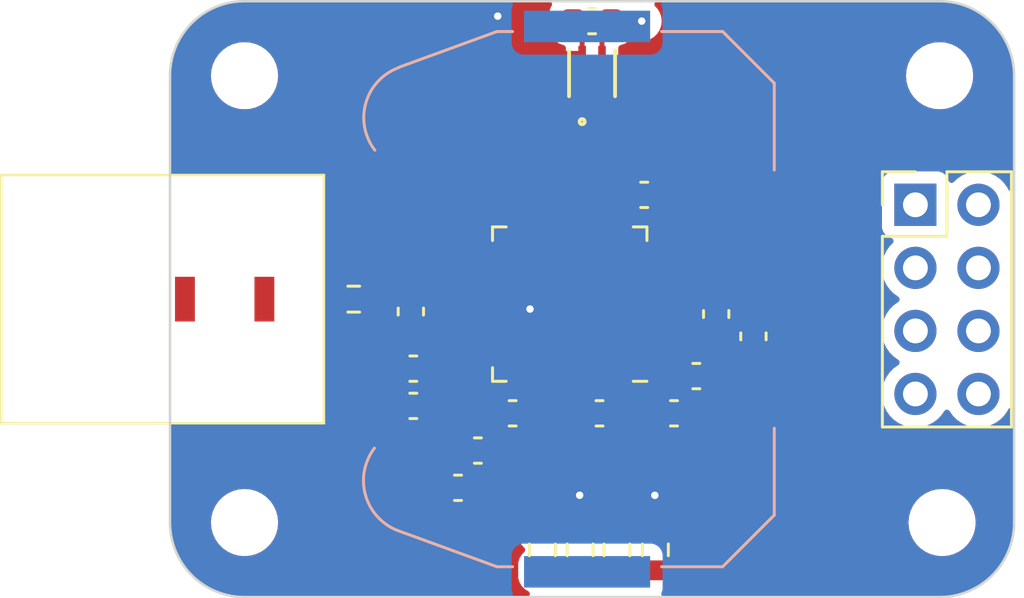
<source format=kicad_pcb>
(kicad_pcb (version 20221018) (generator pcbnew)
  (layers (0 "F.Cu" signal) (31 "B.Cu" signal) (34 "B.Paste" user) (35 "F.Paste" user) (36 "B.SilkS" user "B.Silkscreen") (37 "F.SilkS" user "F.Silkscreen") (38 "B.Mask" user) (39 "F.Mask" user) (44 "Edge.Cuts" user))
  (net 0 "")
  (net 1 "/RF")
  (net 2 "+3V3")
  (net 3 "GND")
  (net 4 "/XL1")
  (net 5 "/XL2")
  (net 6 "/DEC1")
  (net 7 "/DEC4")
  (net 8 "/DEC3")
  (net 9 "/DEC2")
  (net 10 "/XC1")
  (net 11 "/XC2")
  (net 12 "/ANT")
  (net 13 "/LED_RES1")
  (net 14 "/LED_RES2")
  (net 23 "/STATUS_LED1")
  (net 24 "/STATUS_LED2")
  (net 44 "/RESET")
  (net 45 "/SWDCLK")
  (net 46 "/SWDIO")
  (net 54 "unconnected-(U1-P0.29{slash}AIN5-Pad41)")
  (net 55 "unconnected-(U1-P0.30{slash}AIN6-Pad42)")
  (net 59 "/SDA")
  (net 60 "/SCL")
  (footprint "Capacitor_SMD:C_0603_1608Metric" (layer "F.Cu") (at 145.8 70.8 180)
    (fp_text reference "C9" hide)
    (fp_text value "N.C." hide)
    (fp_line (start -0.14058 -0.51) (end 0.14058 -0.51) (stroke (width 0.12)) (layer "F.SilkS"))
    (fp_line (start -0.14058 0.51) (end 0.14058 0.51) (stroke (width 0.12)) (layer "F.SilkS"))
    (pad "1" smd roundrect (at -0.775 0 180) (size 0.9 0.95) (layers "F.Cu" "F.Paste" "F.Mask") (net 9 "/DEC2"))
    (pad "2" smd roundrect (at 0.775 0 180) (size 0.9 0.95) (layers "F.Cu" "F.Paste" "F.Mask") (net 3 "GND"))
  )
  (footprint "Capacitor_SMD:C_0603_1608Metric" (layer "F.Cu") (at 157.2 71.1 180)
    (fp_text reference "C3" hide)
    (fp_text value "100n" hide)
    (fp_line (start -0.14058 -0.51) (end 0.14058 -0.51) (stroke (width 0.12)) (layer "F.SilkS"))
    (fp_line (start -0.14058 0.51) (end 0.14058 0.51) (stroke (width 0.12)) (layer "F.SilkS"))
    (pad "1" smd roundrect (at -0.775 0 180) (size 0.9 0.95) (layers "F.Cu" "F.Paste" "F.Mask") (net 3 "GND"))
    (pad "2" smd roundrect (at 0.775 0 180) (size 0.9 0.95) (layers "F.Cu" "F.Paste" "F.Mask") (net 6 "/DEC1"))
  )
  (footprint "MountingHole:MountingHole_2.2mm_M2" (layer "F.Cu") (at 167.1 77)
    (fp_text reference "H4" hide)
    (fp_text value "MountingHole" hide)
    (pad "" np_thru_hole circle locked (at 0 0) (size 2.2 2.2) (drill 2.2) (layers "*.Cu" "*.Mask"))
  )
  (footprint "MountingHole:MountingHole_2.2mm_M2" (layer "F.Cu") (at 139 77)
    (fp_text reference "H1" hide)
    (fp_text value "MountingHole" hide)
    (pad "" np_thru_hole circle locked (at 0 0) (size 2.2 2.2) (drill 2.2) (layers "*.Cu" "*.Mask"))
  )
  (footprint "Connector_PinHeader_2.54mm:PinHeader_2x04_P2.54mm_Vertical" (layer "F.Cu") (at 166.025 64.2)
    (fp_text reference "J1" hide)
    (fp_text value "Conn_02x04_Counter_Clockwise" hide)
    (fp_line (start -1.33 -1.33) (end 0 -1.33) (stroke (width 0.12)) (layer "F.SilkS"))
    (fp_line (start -1.33 0) (end -1.33 -1.33) (stroke (width 0.12)) (layer "F.SilkS"))
    (fp_line (start -1.33 1.27) (end -1.33 8.95) (stroke (width 0.12)) (layer "F.SilkS"))
    (fp_line (start -1.33 1.27) (end 1.27 1.27) (stroke (width 0.12)) (layer "F.SilkS"))
    (fp_line (start -1.33 8.95) (end 3.87 8.95) (stroke (width 0.12)) (layer "F.SilkS"))
    (fp_line (start 1.27 -1.33) (end 3.87 -1.33) (stroke (width 0.12)) (layer "F.SilkS"))
    (fp_line (start 1.27 1.27) (end 1.27 -1.33) (stroke (width 0.12)) (layer "F.SilkS"))
    (fp_line (start 3.87 -1.33) (end 3.87 8.95) (stroke (width 0.12)) (layer "F.SilkS"))
    (pad "1" thru_hole rect (at 0 0) (size 1.7 1.7) (drill 1) (layers "*.Cu" "*.Mask"))
    (pad "2" thru_hole oval (at 2.54 0) (size 1.7 1.7) (drill 1) (layers "*.Cu" "*.Mask"))
    (pad "3" thru_hole oval (at 0 2.54) (size 1.7 1.7) (drill 1) (layers "*.Cu" "*.Mask"))
    (pad "4" thru_hole oval (at 2.54 2.54) (size 1.7 1.7) (drill 1) (layers "*.Cu" "*.Mask"))
    (pad "5" thru_hole oval (at 0 5.08) (size 1.7 1.7) (drill 1) (layers "*.Cu" "*.Mask"))
    (pad "6" thru_hole oval (at 2.54 5.08) (size 1.7 1.7) (drill 1) (layers "*.Cu" "*.Mask"))
    (pad "7" thru_hole oval (at 0 7.62) (size 1.7 1.7) (drill 1) (layers "*.Cu" "*.Mask"))
    (pad "8" thru_hole oval (at 2.54 7.62) (size 1.7 1.7) (drill 1) (layers "*.Cu" "*.Mask"))
  )
  (footprint "encyclopedia_galactica:ECS-.327-12.5-12R-TR" (layer "F.Cu") (at 161.1 69.7 -90)
    (fp_text reference "Y1" hide)
    (fp_text value " ECS-.327-12.5-12R-TR " hide)
    (pad "1" smd rect (at -0.7 0 270) (size 0.6 1.1) (layers "F.Cu" "F.Paste" "F.Mask") (net 5 "/XL2"))
    (pad "2" smd rect (at 0.7 0 270) (size 0.6 1.1) (layers "F.Cu" "F.Paste" "F.Mask") (net 4 "/XL1"))
  )
  (footprint "encyclopedia_galactica:2108838-1" (layer "F.Cu") (at 135.7 68)
    (fp_text reference "2108838-1" hide)
    (fp_text value "~" hide)
    (fp_line (start -6.5 -5) (end 6.5 -5) (stroke (width 0.1)) (layer "F.SilkS"))
    (fp_line (start -6.5 5) (end -6.5 -5) (stroke (width 0.1)) (layer "F.SilkS"))
    (fp_line (start 6.5 -5) (end 6.5 5) (stroke (width 0.1)) (layer "F.SilkS"))
    (fp_line (start 6.5 5) (end -6.5 5) (stroke (width 0.1)) (layer "F.SilkS"))
    (pad "1" smd rect (at 4.1 0) (size 0.8 1.8) (layers "F.Cu" "F.Paste" "F.Mask") (net 1 "/RF"))
    (pad "2" smd rect (at 0.9 0) (size 0.8 1.8) (layers "F.Cu" "F.Paste" "F.Mask"))
    (zone (net 0) (net_name "") (layers "*.Cu") (connect_pads (clearance 0)) (min_thickness 0.25)
      (keepout (tracks allowed) (vias not_allowed) (pads not_allowed) (copperpour not_allowed) (footprints not_allowed))
      (fill (thermal_gap 0.5) (thermal_bridge_width 0.5))
      (polygon (pts (xy 129.2 63) (xy 129.2 73) (xy 142.2 73) (xy 142.2 63)))
    )
  )
  (footprint "MountingHole:MountingHole_2.2mm_M2" (layer "F.Cu") (at 139 59)
    (fp_text reference "H2" hide)
    (fp_text value "MountingHole" hide)
    (pad "" np_thru_hole circle locked (at 0 0) (size 2.2 2.2) (drill 2.2) (layers "*.Cu" "*.Mask"))
  )
  (footprint "Resistor_SMD:R_0603_1608Metric" (layer "F.Cu") (at 151 78.1 -90)
    (fp_text reference "R2" hide)
    (fp_text value "R" hide)
    (fp_line (start -0.237258 -0.5225) (end 0.237258 -0.5225) (stroke (width 0.12)) (layer "F.SilkS"))
    (fp_line (start -0.237258 0.5225) (end 0.237258 0.5225) (stroke (width 0.12)) (layer "F.SilkS"))
    (pad "1" smd roundrect (at -0.825 0 270) (size 0.8 0.95) (layers "F.Cu" "F.Paste" "F.Mask") (net 24 "/STATUS_LED2"))
    (pad "2" smd roundrect (at 0.825 0 270) (size 0.8 0.95) (layers "F.Cu" "F.Paste" "F.Mask") (net 14 "/LED_RES2"))
  )
  (footprint "Resistor_SMD:R_0603_1608Metric" (layer "F.Cu") (at 155.55 78.1 -90)
    (fp_text reference "D1" hide)
    (fp_text value "LED" hide)
    (fp_line (start -0.237258 -0.5225) (end 0.237258 -0.5225) (stroke (width 0.12)) (layer "F.SilkS"))
    (fp_line (start -0.237258 0.5225) (end 0.237258 0.5225) (stroke (width 0.12)) (layer "F.SilkS"))
    (pad "1" smd roundrect (at -0.825 0 270) (size 0.8 0.95) (layers "F.Cu" "F.Paste" "F.Mask") (net 3 "GND"))
    (pad "2" smd roundrect (at 0.825 0 270) (size 0.8 0.95) (layers "F.Cu" "F.Paste" "F.Mask") (net 13 "/LED_RES1"))
  )
  (footprint "Package_DFN_QFN:QFN-48-1EP_6x6mm_P0.4mm_EP4.6x4.6mm" (layer "F.Cu") (at 152.1 68.2 180)
    (fp_text reference "U1" hide)
    (fp_text value "NRF52810-QFAA-R7" hide)
    (fp_line (start -3.11 3.11) (end -3.11 2.56) (stroke (width 0.12)) (layer "F.SilkS"))
    (fp_line (start -2.56 -3.11) (end -3.11 -3.11) (stroke (width 0.12)) (layer "F.SilkS"))
    (fp_line (start -2.56 3.11) (end -3.11 3.11) (stroke (width 0.12)) (layer "F.SilkS"))
    (fp_line (start 2.56 -3.11) (end 3.11 -3.11) (stroke (width 0.12)) (layer "F.SilkS"))
    (fp_line (start 2.56 3.11) (end 3.11 3.11) (stroke (width 0.12)) (layer "F.SilkS"))
    (fp_line (start 3.11 -3.11) (end 3.11 -2.56) (stroke (width 0.12)) (layer "F.SilkS"))
    (fp_line (start 3.11 3.11) (end 3.11 2.56) (stroke (width 0.12)) (layer "F.SilkS"))
    (pad "1" smd roundrect (at -2.95 -2.2 180) (size 0.8 0.2) (layers "F.Cu" "F.Paste" "F.Mask") (net 6 "/DEC1"))
    (pad "2" smd roundrect (at -2.95 -1.8 180) (size 0.8 0.2) (layers "F.Cu" "F.Paste" "F.Mask") (net 4 "/XL1"))
    (pad "3" smd roundrect (at -2.95 -1.4 180) (size 0.8 0.2) (layers "F.Cu" "F.Paste" "F.Mask") (net 5 "/XL2"))
    (pad "4" smd roundrect (at -2.95 -1 180) (size 0.8 0.2) (layers "F.Cu" "F.Paste" "F.Mask"))
    (pad "5" smd roundrect (at -2.95 -0.6 180) (size 0.8 0.2) (layers "F.Cu" "F.Paste" "F.Mask"))
    (pad "6" smd roundrect (at -2.95 -0.2 180) (size 0.8 0.2) (layers "F.Cu" "F.Paste" "F.Mask"))
    (pad "7" smd roundrect (at -2.95 0.2 180) (size 0.8 0.2) (layers "F.Cu" "F.Paste" "F.Mask"))
    (pad "8" smd roundrect (at -2.95 0.6 180) (size 0.8 0.2) (layers "F.Cu" "F.Paste" "F.Mask"))
    (pad "9" smd roundrect (at -2.95 1 180) (size 0.8 0.2) (layers "F.Cu" "F.Paste" "F.Mask"))
    (pad "10" smd roundrect (at -2.95 1.4 180) (size 0.8 0.2) (layers "F.Cu" "F.Paste" "F.Mask"))
    (pad "11" smd roundrect (at -2.95 1.8 180) (size 0.8 0.2) (layers "F.Cu" "F.Paste" "F.Mask"))
    (pad "12" smd roundrect (at -2.95 2.2 180) (size 0.8 0.2) (layers "F.Cu" "F.Paste" "F.Mask"))
    (pad "13" smd roundrect (at -2.2 2.95 180) (size 0.2 0.8) (layers "F.Cu" "F.Paste" "F.Mask") (net 2 "+3V3"))
    (pad "14" smd roundrect (at -1.8 2.95 180) (size 0.2 0.8) (layers "F.Cu" "F.Paste" "F.Mask"))
    (pad "15" smd roundrect (at -1.4 2.95 180) (size 0.2 0.8) (layers "F.Cu" "F.Paste" "F.Mask"))
    (pad "16" smd roundrect (at -1 2.95 180) (size 0.2 0.8) (layers "F.Cu" "F.Paste" "F.Mask"))
    (pad "17" smd roundrect (at -0.6 2.95 180) (size 0.2 0.8) (layers "F.Cu" "F.Paste" "F.Mask"))
    (pad "18" smd roundrect (at -0.2 2.95 180) (size 0.2 0.8) (layers "F.Cu" "F.Paste" "F.Mask"))
    (pad "19" smd roundrect (at 0.2 2.95 180) (size 0.2 0.8) (layers "F.Cu" "F.Paste" "F.Mask"))
    (pad "20" smd roundrect (at 0.6 2.95 180) (size 0.2 0.8) (layers "F.Cu" "F.Paste" "F.Mask"))
    (pad "21" smd roundrect (at 1 2.95 180) (size 0.2 0.8) (layers "F.Cu" "F.Paste" "F.Mask"))
    (pad "22" smd roundrect (at 1.4 2.95 180) (size 0.2 0.8) (layers "F.Cu" "F.Paste" "F.Mask"))
    (pad "23" smd roundrect (at 1.8 2.95 180) (size 0.2 0.8) (layers "F.Cu" "F.Paste" "F.Mask"))
    (pad "24" smd roundrect (at 2.2 2.95 180) (size 0.2 0.8) (layers "F.Cu" "F.Paste" "F.Mask") (net 44 "/RESET"))
    (pad "25" smd roundrect (at 2.95 2.2 180) (size 0.8 0.2) (layers "F.Cu" "F.Paste" "F.Mask") (net 45 "/SWDCLK"))
    (pad "26" smd roundrect (at 2.95 1.8 180) (size 0.8 0.2) (layers "F.Cu" "F.Paste" "F.Mask") (net 46 "/SWDIO"))
    (pad "27" smd roundrect (at 2.95 1.4 180) (size 0.8 0.2) (layers "F.Cu" "F.Paste" "F.Mask"))
    (pad "28" smd roundrect (at 2.95 1 180) (size 0.8 0.2) (layers "F.Cu" "F.Paste" "F.Mask"))
    (pad "29" smd roundrect (at 2.95 0.6 180) (size 0.8 0.2) (layers "F.Cu" "F.Paste" "F.Mask"))
    (pad "30" smd roundrect (at 2.95 0.2 180) (size 0.8 0.2) (layers "F.Cu" "F.Paste" "F.Mask") (net 12 "/ANT"))
    (pad "31" smd roundrect (at 2.95 -0.2 180) (size 0.8 0.2) (layers "F.Cu" "F.Paste" "F.Mask") (net 3 "GND"))
    (pad "32" smd roundrect (at 2.95 -0.6 180) (size 0.8 0.2) (layers "F.Cu" "F.Paste" "F.Mask") (net 9 "/DEC2"))
    (pad "33" smd roundrect (at 2.95 -1 180) (size 0.8 0.2) (layers "F.Cu" "F.Paste" "F.Mask") (net 8 "/DEC3"))
    (pad "34" smd roundrect (at 2.95 -1.4 180) (size 0.8 0.2) (layers "F.Cu" "F.Paste" "F.Mask") (net 11 "/XC2"))
    (pad "35" smd roundrect (at 2.95 -1.8 180) (size 0.8 0.2) (layers "F.Cu" "F.Paste" "F.Mask") (net 10 "/XC1"))
    (pad "36" smd roundrect (at 2.95 -2.2 180) (size 0.8 0.2) (layers "F.Cu" "F.Paste" "F.Mask") (net 2 "+3V3"))
    (pad "37" smd roundrect (at 2.2 -2.95 180) (size 0.2 0.8) (layers "F.Cu" "F.Paste" "F.Mask"))
    (pad "38" smd roundrect (at 1.8 -2.95 180) (size 0.2 0.8) (layers "F.Cu" "F.Paste" "F.Mask"))
    (pad "39" smd roundrect (at 1.4 -2.95 180) (size 0.2 0.8) (layers "F.Cu" "F.Paste" "F.Mask"))
    (pad "40" smd roundrect (at 1 -2.95 180) (size 0.2 0.8) (layers "F.Cu" "F.Paste" "F.Mask"))
    (pad "41" smd roundrect (at 0.6 -2.95 180) (size 0.2 0.8) (layers "F.Cu" "F.Paste" "F.Mask") (net 54 "unconnected-(U1-P0.29{slash}AIN5-Pad41)"))
    (pad "42" smd roundrect (at 0.2 -2.95 180) (size 0.2 0.8) (layers "F.Cu" "F.Paste" "F.Mask") (net 55 "unconnected-(U1-P0.30{slash}AIN6-Pad42)"))
    (pad "43" smd roundrect (at -0.2 -2.95 180) (size 0.2 0.8) (layers "F.Cu" "F.Paste" "F.Mask"))
    (pad "44" smd roundrect (at -0.6 -2.95 180) (size 0.2 0.8) (layers "F.Cu" "F.Paste" "F.Mask"))
    (pad "45" smd roundrect (at -1 -2.95 180) (size 0.2 0.8) (layers "F.Cu" "F.Paste" "F.Mask") (net 3 "GND"))
    (pad "46" smd roundrect (at -1.4 -2.95 180) (size 0.2 0.8) (layers "F.Cu" "F.Paste" "F.Mask") (net 7 "/DEC4"))
    (pad "47" smd roundrect (at -1.8 -2.95 180) (size 0.2 0.8) (layers "F.Cu" "F.Paste" "F.Mask"))
    (pad "48" smd roundrect (at -2.2 -2.95 180) (size 0.2 0.8) (layers "F.Cu" "F.Paste" "F.Mask") (net 2 "+3V3"))
    (pad "49" smd rect (at 0 0 180) (size 4.6 4.6) (layers "F.Cu" "F.Mask") (net 3 "GND"))
  )
  (footprint "Capacitor_SMD:C_0603_1608Metric" (layer "F.Cu") (at 145.8 72.3 180)
    (fp_text reference "C8" hide)
    (fp_text value "100pF" hide)
    (fp_line (start -0.14058 -0.51) (end 0.14058 -0.51) (stroke (width 0.12)) (layer "F.SilkS"))
    (fp_line (start -0.14058 0.51) (end 0.14058 0.51) (stroke (width 0.12)) (layer "F.SilkS"))
    (pad "1" smd roundrect (at -0.775 0 180) (size 0.9 0.95) (layers "F.Cu" "F.Paste" "F.Mask") (net 8 "/DEC3"))
    (pad "2" smd roundrect (at 0.775 0 180) (size 0.9 0.95) (layers "F.Cu" "F.Paste" "F.Mask") (net 3 "GND"))
  )
  (footprint "Capacitor_SMD:C_0603_1608Metric" (layer "F.Cu") (at 156.3 72.6 180)
    (fp_text reference "C5" hide)
    (fp_text value "4u7" hide)
    (fp_line (start -0.14058 -0.51) (end 0.14058 -0.51) (stroke (width 0.12)) (layer "F.SilkS"))
    (fp_line (start -0.14058 0.51) (end 0.14058 0.51) (stroke (width 0.12)) (layer "F.SilkS"))
    (pad "1" smd roundrect (at -0.775 0 180) (size 0.9 0.95) (layers "F.Cu" "F.Paste" "F.Mask") (net 3 "GND"))
    (pad "2" smd roundrect (at 0.775 0 180) (size 0.9 0.95) (layers "F.Cu" "F.Paste" "F.Mask") (net 2 "+3V3"))
  )
  (footprint "Capacitor_SMD:C_0603_1608Metric" (layer "F.Cu") (at 148.4 74.1)
    (fp_text reference "C11" hide)
    (fp_text value "12pF" hide)
    (fp_line (start -0.14058 -0.51) (end 0.14058 -0.51) (stroke (width 0.12)) (layer "F.SilkS"))
    (fp_line (start -0.14058 0.51) (end 0.14058 0.51) (stroke (width 0.12)) (layer "F.SilkS"))
    (pad "1" smd roundrect (at -0.775 0) (size 0.9 0.95) (layers "F.Cu" "F.Paste" "F.Mask") (net 11 "/XC2"))
    (pad "2" smd roundrect (at 0.775 0) (size 0.9 0.95) (layers "F.Cu" "F.Paste" "F.Mask") (net 3 "GND"))
  )
  (footprint "Resistor_SMD:R_0603_1608Metric" (layer "F.Cu") (at 154 78.1 -90)
    (fp_text reference "R1" hide)
    (fp_text value "R" hide)
    (fp_line (start -0.237258 -0.5225) (end 0.237258 -0.5225) (stroke (width 0.12)) (layer "F.SilkS"))
    (fp_line (start -0.237258 0.5225) (end 0.237258 0.5225) (stroke (width 0.12)) (layer "F.SilkS"))
    (pad "1" smd roundrect (at -0.825 0 270) (size 0.8 0.95) (layers "F.Cu" "F.Paste" "F.Mask") (net 23 "/STATUS_LED1"))
    (pad "2" smd roundrect (at 0.825 0 270) (size 0.8 0.95) (layers "F.Cu" "F.Paste" "F.Mask") (net 13 "/LED_RES1"))
  )
  (footprint "MountingHole:MountingHole_2.2mm_M2" (layer "F.Cu") (at 167 59)
    (fp_text reference "H3" hide)
    (fp_text value "MountingHole" hide)
    (pad "" np_thru_hole circle locked (at 0 0) (size 2.2 2.2) (drill 2.2) (layers "*.Cu" "*.Mask"))
  )
  (footprint "Resistor_SMD:R_0603_1608Metric" (layer "F.Cu") (at 143.4 68 180)
    (fp_text reference "L1" hide)
    (fp_text value "3.9nH" hide)
    (fp_line (start -0.237258 -0.5225) (end 0.237258 -0.5225) (stroke (width 0.12)) (layer "F.SilkS"))
    (fp_line (start -0.237258 0.5225) (end 0.237258 0.5225) (stroke (width 0.12)) (layer "F.SilkS"))
    (pad "1" smd roundrect (at -0.825 0 180) (size 0.8 0.95) (layers "F.Cu" "F.Paste" "F.Mask") (net 12 "/ANT"))
    (pad "2" smd roundrect (at 0.825 0 180) (size 0.8 0.95) (layers "F.Cu" "F.Paste" "F.Mask") (net 1 "/RF"))
  )
  (footprint "Capacitor_SMD:C_0603_1608Metric" (layer "F.Cu") (at 149.8 72.6 180)
    (fp_text reference "C7" hide)
    (fp_text value "100n" hide)
    (fp_line (start -0.14058 -0.51) (end 0.14058 -0.51) (stroke (width 0.12)) (layer "F.SilkS"))
    (fp_line (start -0.14058 0.51) (end 0.14058 0.51) (stroke (width 0.12)) (layer "F.SilkS"))
    (pad "1" smd roundrect (at -0.775 0 180) (size 0.9 0.95) (layers "F.Cu" "F.Paste" "F.Mask") (net 3 "GND"))
    (pad "2" smd roundrect (at 0.775 0 180) (size 0.9 0.95) (layers "F.Cu" "F.Paste" "F.Mask") (net 2 "+3V3"))
  )
  (footprint "Capacitor_SMD:C_0603_1608Metric" (layer "F.Cu") (at 153 56.8 180)
    (fp_text reference "C13" hide)
    (fp_text value "100n" hide)
    (fp_line (start -0.14058 -0.51) (end 0.14058 -0.51) (stroke (width 0.12)) (layer "F.SilkS"))
    (fp_line (start -0.14058 0.51) (end 0.14058 0.51) (stroke (width 0.12)) (layer "F.SilkS"))
    (pad "1" smd roundrect (at -0.775 0 180) (size 0.9 0.95) (layers "F.Cu" "F.Paste" "F.Mask") (net 2 "+3V3"))
    (pad "2" smd roundrect (at 0.775 0 180) (size 0.9 0.95) (layers "F.Cu" "F.Paste" "F.Mask") (net 3 "GND"))
  )
  (footprint "Capacitor_SMD:C_0603_1608Metric" (layer "F.Cu") (at 158 68.6 90)
    (fp_text reference "C2" hide)
    (fp_text value "12pF" hide)
    (fp_line (start -0.14058 -0.51) (end 0.14058 -0.51) (stroke (width 0.12)) (layer "F.SilkS"))
    (fp_line (start -0.14058 0.51) (end 0.14058 0.51) (stroke (width 0.12)) (layer "F.SilkS"))
    (pad "1" smd roundrect (at -0.775 0 90) (size 0.9 0.95) (layers "F.Cu" "F.Paste" "F.Mask") (net 5 "/XL2"))
    (pad "2" smd roundrect (at 0.775 0 90) (size 0.9 0.95) (layers "F.Cu" "F.Paste" "F.Mask") (net 3 "GND"))
  )
  (footprint "Capacitor_SMD:C_0603_1608Metric" (layer "F.Cu") (at 155.1 63.8 180)
    (fp_text reference "C4" hide)
    (fp_text value "100n" hide)
    (fp_line (start -0.14058 -0.51) (end 0.14058 -0.51) (stroke (width 0.12)) (layer "F.SilkS"))
    (fp_line (start -0.14058 0.51) (end 0.14058 0.51) (stroke (width 0.12)) (layer "F.SilkS"))
    (pad "1" smd roundrect (at -0.775 0 180) (size 0.9 0.95) (layers "F.Cu" "F.Paste" "F.Mask") (net 3 "GND"))
    (pad "2" smd roundrect (at 0.775 0 180) (size 0.9 0.95) (layers "F.Cu" "F.Paste" "F.Mask") (net 2 "+3V3"))
  )
  (footprint "encyclopedia_galactica:DFN4_SHT41_SEN" (layer "F.Cu") (at 153 58.9 90)
    (fp_text reference "U2" hide)
    (fp_text value "SHT41-AD1B-R2" hide)
    (fp_line (start -0.9271 0.9271) (end 0.9271 0.9271) (stroke (width 0.1524)) (layer "F.SilkS"))
    (fp_line (start 0.9271 -0.9271) (end -0.9271 -0.9271) (stroke (width 0.1524)) (layer "F.SilkS"))
    (fp_circle (center -1.950999 -0.40005) (end -1.849399 -0.40005) (stroke (width 0.1524)) (fill none) (layer "F.SilkS"))
    (pad "1" smd rect (at -0.7469 -0.40005 90) (size 0.706399 0.3056) (layers "F.Cu" "F.Paste" "F.Mask") (net 59 "/SDA"))
    (pad "2" smd rect (at -0.7469 0.40005 90) (size 0.706399 0.3056) (layers "F.Cu" "F.Paste" "F.Mask") (net 60 "/SCL"))
    (pad "3" smd rect (at 0.7469 0.40005 90) (size 0.706399 0.3056) (layers "F.Cu" "F.Paste" "F.Mask") (net 2 "+3V3"))
    (pad "4" smd rect (at 0.7469 -0.40005 90) (size 0.706399 0.3056) (layers "F.Cu" "F.Paste" "F.Mask") (net 3 "GND"))
  )
  (footprint "Capacitor_SMD:C_0603_1608Metric" (layer "F.Cu") (at 159.5 69.5 90)
    (fp_text reference "C1" hide)
    (fp_text value "12pF" hide)
    (fp_line (start -0.14058 -0.51) (end 0.14058 -0.51) (stroke (width 0.12)) (layer "F.SilkS"))
    (fp_line (start -0.14058 0.51) (end 0.14058 0.51) (stroke (width 0.12)) (layer "F.SilkS"))
    (pad "1" smd roundrect (at -0.775 0 90) (size 0.9 0.95) (layers "F.Cu" "F.Paste" "F.Mask") (net 4 "/XL1"))
    (pad "2" smd roundrect (at 0.775 0 90) (size 0.9 0.95) (layers "F.Cu" "F.Paste" "F.Mask") (net 3 "GND"))
  )
  (footprint "encyclopedia_galactica:ABM11W-30.0000MHZ-7-D1X-T3" (layer "F.Cu") (at 147.5625 77.5)
    (fp_text reference "Y2" hide)
    (fp_text value "ABM11W-32.0000MHZ-7-D1X-T3 " hide)
    (pad "1" smd rect (at -0.637 -0.487 90) (size 0.775 0.875) (layers "F.Cu" "F.Paste" "F.Mask") (net 3 "GND"))
    (pad "2" smd rect (at 0.637 -0.487 90) (size 0.775 0.875) (layers "F.Cu" "F.Paste" "F.Mask") (net 10 "/XC1"))
    (pad "3" smd rect (at -0.637 0.487 90) (size 0.775 0.875) (layers "F.Cu" "F.Paste" "F.Mask") (net 11 "/XC2"))
    (pad "4" smd rect (at 0.637 0.487 90) (size 0.775 0.875) (layers "F.Cu" "F.Paste" "F.Mask") (net 3 "GND"))
  )
  (footprint "Capacitor_SMD:C_0603_1608Metric" (layer "F.Cu") (at 145.7 68.5 90)
    (fp_text reference "C12" hide)
    (fp_text value "0.8pF" hide)
    (fp_line (start -0.14058 -0.51) (end 0.14058 -0.51) (stroke (width 0.12)) (layer "F.SilkS"))
    (fp_line (start -0.14058 0.51) (end 0.14058 0.51) (stroke (width 0.12)) (layer "F.SilkS"))
    (pad "1" smd roundrect (at -0.775 0 90) (size 0.9 0.95) (layers "F.Cu" "F.Paste" "F.Mask") (net 3 "GND"))
    (pad "2" smd roundrect (at 0.775 0 90) (size 0.9 0.95) (layers "F.Cu" "F.Paste" "F.Mask") (net 12 "/ANT"))
  )
  (footprint "Capacitor_SMD:C_0603_1608Metric" (layer "F.Cu") (at 153.3 72.6 180)
    (fp_text reference "C6" hide)
    (fp_text value "1u" hide)
    (fp_line (start -0.14058 -0.51) (end 0.14058 -0.51) (stroke (width 0.12)) (layer "F.SilkS"))
    (fp_line (start -0.14058 0.51) (end 0.14058 0.51) (stroke (width 0.12)) (layer "F.SilkS"))
    (pad "1" smd roundrect (at -0.775 0 180) (size 0.9 0.95) (layers "F.Cu" "F.Paste" "F.Mask") (net 7 "/DEC4"))
    (pad "2" smd roundrect (at 0.775 0 180) (size 0.9 0.95) (layers "F.Cu" "F.Paste" "F.Mask") (net 3 "GND"))
  )
  (footprint "Resistor_SMD:R_0603_1608Metric" (layer "F.Cu") (at 152.52 78.1 -90)
    (fp_text reference "D2" hide)
    (fp_text value "LED" hide)
    (fp_line (start -0.237258 -0.5225) (end 0.237258 -0.5225) (stroke (width 0.12)) (layer "F.SilkS"))
    (fp_line (start -0.237258 0.5225) (end 0.237258 0.5225) (stroke (width 0.12)) (layer "F.SilkS"))
    (pad "1" smd roundrect (at -0.825 0 270) (size 0.8 0.95) (layers "F.Cu" "F.Paste" "F.Mask") (net 3 "GND"))
    (pad "2" smd roundrect (at 0.825 0 270) (size 0.8 0.95) (layers "F.Cu" "F.Paste" "F.Mask") (net 14 "/LED_RES2"))
  )
  (footprint "Capacitor_SMD:C_0603_1608Metric" (layer "F.Cu") (at 147.6 75.6 180)
    (fp_text reference "C10" hide)
    (fp_text value "12pF" hide)
    (fp_line (start -0.14058 -0.51) (end 0.14058 -0.51) (stroke (width 0.12)) (layer "F.SilkS"))
    (fp_line (start -0.14058 0.51) (end 0.14058 0.51) (stroke (width 0.12)) (layer "F.SilkS"))
    (pad "1" smd roundrect (at -0.775 0 180) (size 0.9 0.95) (layers "F.Cu" "F.Paste" "F.Mask") (net 10 "/XC1"))
    (pad "2" smd roundrect (at 0.775 0 180) (size 0.9 0.95) (layers "F.Cu" "F.Paste" "F.Mask") (net 3 "GND"))
  )
  (footprint "Battery:BatteryHolder_Keystone_3034_1x20mm" (layer "B.Cu") (at 152.8 68 90)
    (fp_text reference "BT1" hide)
    (fp_text value "Battery_Cell" hide)
    (fp_line (start -10.78 -3.63) (end -9.34 -7.58) (stroke (width 0.12)) (layer "B.SilkS"))
    (fp_line (start -10.78 -3) (end -10.78 -3.63) (stroke (width 0.12)) (layer "B.SilkS"))
    (fp_line (start -10.78 5.46) (end -10.78 3) (stroke (width 0.12)) (layer "B.SilkS"))
    (fp_line (start -8.7 7.54) (end -10.78 5.46) (stroke (width 0.12)) (layer "B.SilkS"))
    (fp_line (start -5.2 7.54) (end -8.7 7.54) (stroke (width 0.12)) (layer "B.SilkS"))
    (fp_line (start 8.7 7.54) (end 5.2 7.54) (stroke (width 0.12)) (layer "B.SilkS"))
    (fp_line (start 8.7 7.54) (end 10.78 5.46) (stroke (width 0.12)) (layer "B.SilkS"))
    (fp_line (start 10.78 -3.63) (end 9.34 -7.58) (stroke (width 0.12)) (layer "B.SilkS"))
    (fp_line (start 10.78 -3) (end 10.78 -3.63) (stroke (width 0.12)) (layer "B.SilkS"))
    (fp_line (start 10.78 5.46) (end 10.78 3) (stroke (width 0.12)) (layer "B.SilkS"))
    (fp_arc (start -9.34 -7.58) (mid -7.921654 -8.918738) (end -6.003354 -8.56653) (stroke (width 0.12)) (layer "B.SilkS"))
    (fp_arc (start 6 -8.55) (mid 7.90634 -8.911669) (end 9.325243 -7.588169) (stroke (width 0.12)) (layer "B.SilkS"))
    (pad "1" smd rect (at -10.985 0 90) (size 1.27 5.08) (layers "B.Cu" "B.Paste" "B.Mask") (net 2 "+3V3"))
    (pad "1" smd rect (at 10.985 0 90) (size 1.27 5.08) (layers "B.Cu" "B.Paste" "B.Mask") (net 2 "+3V3"))
    (pad "2" smd circle (at 0 0 90) (size 17.8 17.8) (layers "B.Cu" "B.Mask") (net 3 "GND"))
  )
  (gr_line locked (start 167 80) (end 139 80) (stroke (width 0.1)) (layer "Edge.Cuts"))
  (gr_line locked (start 170 59) (end 170 77) (stroke (width 0.1)) (layer "Edge.Cuts"))
  (gr_arc locked (start 138.999999 80.000001) (mid 136.878679 79.121321) (end 135.999999 77.000001) (stroke (width 0.1)) (layer "Edge.Cuts"))
  (gr_arc locked (start 167 56) (mid 169.12132 56.87868) (end 170 59) (stroke (width 0.1)) (layer "Edge.Cuts"))
  (gr_arc locked (start 135.999999 58.999999) (mid 136.878679 56.878679) (end 138.999999 55.999999) (stroke (width 0.1)) (layer "Edge.Cuts"))
  (gr_line locked (start 139 56) (end 167 56) (stroke (width 0.1)) (layer "Edge.Cuts"))
  (gr_arc locked (start 170.000001 77.000001) (mid 169.121321 79.121321) (end 167.000001 80.000001) (stroke (width 0.1)) (layer "Edge.Cuts"))
  (gr_line locked (start 136 77) (end 136 59) (stroke (width 0.1)) (layer "Edge.Cuts"))
  (segment (start 154.85 71.15) (end 154.327 71.15) (width 0.4) (layer "F.Cu") (net 2))
  (segment (start 149.025 72.6) (end 149.025 70.525) (width 0.4) (layer "F.Cu") (net 2))
  (segment (start 154.325 63.8) (end 154.327 63.802) (width 0.4) (layer "F.Cu") (net 2))
  (segment (start 149.123 70.427) (end 149.15 70.427) (width 0.4) (layer "F.Cu") (net 2))
  (segment (start 154.327 63.802) (end 154.327 65.25) (width 0.4) (layer "F.Cu") (net 2))
  (segment (start 153.775 56.8) (end 155 56.8) (width 0.2) (layer "F.Cu") (net 2))
  (segment (start 155.525 71.825) (end 154.85 71.15) (width 0.4) (layer "F.Cu") (net 2))
  (segment (start 149.025 70.525) (end 149.123 70.427) (width 0.4) (layer "F.Cu") (net 2))
  (segment (start 153.40005 58.1531) (end 153.40005 57.17495) (width 0.2) (layer "F.Cu") (net 2))
  (segment (start 153.40005 57.17495) (end 153.775 56.8) (width 0.2) (layer "F.Cu") (net 2))
  (segment (start 155.525 72.6) (end 155.525 71.825) (width 0.4) (layer "F.Cu") (net 2))
  (via (at 155 56.8) (size 0.6) (drill 0.3) (layers "F.Cu" "B.Cu") (net 2))
  (segment (start 155.55 75.9225) (end 155.53 75.9025) (width 0.2) (layer "F.Cu") (net 3))
  (segment (start 149.15 68.4) (end 146.575 68.4) (width 0.25) (layer "F.Cu") (net 3))
  (segment (start 153.1 71.15) (end 153.1 72.025) (width 0.2) (layer "F.Cu") (net 3))
  (segment (start 149.15 68.4) (end 150.5 68.4) (width 0.25) (layer "F.Cu") (net 3))
  (segment (start 152.59995 57.17495) (end 152.225 56.8) (width 0.2) (layer "F.Cu") (net 3))
  (segment (start 152.52 77.275) (end 152.52 75.92) (width 0.2) (layer "F.Cu") (net 3))
  (segment (start 155.55 77.2775) (end 155.55 75.9225) (width 0.2) (layer "F.Cu") (net 3))
  (segment (start 152.52 75.92) (end 152.5 75.9) (width 0.2) (layer "F.Cu") (net 3))
  (segment (start 153.1 72.025) (end 152.525 72.6) (width 0.2) (layer "F.Cu") (net 3))
  (segment (start 149.4 56.8) (end 152.225 56.8) (width 0.2) (layer "F.Cu") (net 3))
  (segment (start 152.59995 58.1531) (end 152.59995 57.17495) (width 0.2) (layer "F.Cu") (net 3))
  (segment (start 146.575 68.4) (end 145.7 69.275) (width 0.25) (layer "F.Cu") (net 3))
  (segment (start 149.2 56.6) (end 149.4 56.8) (width 0.2) (layer "F.Cu") (net 3))
  (via (at 152.5 75.9) (size 0.6) (drill 0.3) (layers "F.Cu" "B.Cu") (net 3))
  (via (at 150.5 68.4) (size 0.6) (drill 0.3) (layers "F.Cu" "B.Cu") (net 3))
  (via (at 149.2 56.6) (size 0.6) (drill 0.3) (layers "F.Cu" "B.Cu") (net 3))
  (via (at 155.53 75.9025) (size 0.6) (drill 0.3) (layers "F.Cu" "B.Cu") (net 3))
  (segment (start 159.425 70.2) (end 159.5 70.275) (width 0.2) (layer "F.Cu") (net 4))
  (segment (start 159.775 70) (end 159.5 70.275) (width 0.2) (layer "F.Cu") (net 4))
  (segment (start 155.8 70) (end 156 70.2) (width 0.2) (layer "F.Cu") (net 4))
  (segment (start 161.1 70.4) (end 160.7 70) (width 0.2) (layer "F.Cu") (net 4))
  (segment (start 156 70.2) (end 159.425 70.2) (width 0.2) (layer "F.Cu") (net 4))
  (segment (start 160.7 70) (end 159.775 70) (width 0.2) (layer "F.Cu") (net 4))
  (segment (start 155.05 70) (end 155.8 70) (width 0.2) (layer "F.Cu") (net 4))
  (segment (start 158.027 69.402) (end 158 69.375) (width 0.2) (layer "F.Cu") (net 5))
  (segment (start 158 69.375) (end 157.975 69.4) (width 0.2) (layer "F.Cu") (net 5))
  (segment (start 160.698 69.402) (end 158.027 69.402) (width 0.2) (layer "F.Cu") (net 5))
  (segment (start 157.975 69.4) (end 156 69.4) (width 0.2) (layer "F.Cu") (net 5))
  (segment (start 156 69.4) (end 155.8 69.6) (width 0.2) (layer "F.Cu") (net 5))
  (segment (start 155.8 69.6) (end 155.05 69.6) (width 0.2) (layer "F.Cu") (net 5))
  (segment (start 161.1 69) (end 160.698 69.402) (width 0.2) (layer "F.Cu") (net 5))
  (segment (start 155.725 70.4) (end 156.425 71.1) (width 0.2) (layer "F.Cu") (net 6))
  (segment (start 155.05 70.4) (end 155.725 70.4) (width 0.2) (layer "F.Cu") (net 6))
  (segment (start 153.5 71.15) (end 153.5 72.025) (width 0.2) (layer "F.Cu") (net 7))
  (segment (start 153.5 72.025) (end 154.075 72.6) (width 0.2) (layer "F.Cu") (net 7))
  (segment (start 146.575 72.3) (end 147.298 71.577) (width 0.2) (layer "F.Cu") (net 8))
  (segment (start 147.298 71.577) (end 147.298 70.535367) (width 0.2) (layer "F.Cu") (net 8))
  (segment (start 147.298 70.535367) (end 148.633367 69.2) (width 0.2) (layer "F.Cu") (net 8))
  (segment (start 148.633367 69.2) (end 149.15 69.2) (width 0.2) (layer "F.Cu") (net 8))
  (segment (start 146.575 70.795919) (end 148.570919 68.8) (width 0.2) (layer "F.Cu") (net 9))
  (segment (start 148.570919 68.8) (end 149.15 68.8) (width 0.2) (layer "F.Cu") (net 9))
  (segment (start 146.575 70.8) (end 146.575 70.795919) (width 0.2) (layer "F.Cu") (net 9))
  (segment (start 148.302 70.456263) (end 148.302 76.9105) (width 0.2) (layer "F.Cu") (net 10))
  (segment (start 148.302 76.9105) (end 148.1995 77.013) (width 0.2) (layer "F.Cu") (net 10))
  (segment (start 148.758263 70) (end 148.302 70.456263) (width 0.2) (layer "F.Cu") (net 10))
  (segment (start 149.15 70) (end 148.758263 70) (width 0.2) (layer "F.Cu") (net 10))
  (segment (start 147.625 70.670815) (end 147.625 74.1) (width 0.2) (layer "F.Cu") (net 11))
  (segment (start 148.695815 69.6) (end 147.625 70.670815) (width 0.2) (layer "F.Cu") (net 11))
  (segment (start 149.15 69.6) (end 148.695815 69.6) (width 0.2) (layer "F.Cu") (net 11))
  (segment (start 151 78.925) (end 152.52 78.925) (width 0.4) (layer "F.Cu") (net 14))
  (segment (start 151.5 71.15) (end 151.5 76.2) (width 0.2) (layer "F.Cu") (net 54))
  (segment (start 151.9 71.15) (end 151.848 71.202) (width 0.2) (layer "F.Cu") (net 55))
  (segment (start 151.848 71.202) (end 151.848 74.448) (width 0.2) (layer "F.Cu") (net 55))
  (segment (start 154 76.6) (end 154 76.648) (width 0.2) (layer "F.Cu") (net 55))
  (segment (start 151.848 74.448) (end 154 76.6) (width 0.2) (layer "F.Cu") (net 55))
  (zone (net 0) (net_name "") (layer "F.Cu") (connect_pads yes (clearance 0)) (min_thickness 0.25)
    (keepout (tracks allowed) (vias allowed) (pads allowed) (copperpour not_allowed) (footprints allowed))
    (fill (thermal_gap 0.5) (thermal_bridge_width 0.5))
    (polygon (pts (xy 145.4 68.7) (xy 145.4 70) (xy 144.3 70) (xy 144.3 68.7) (xy 145 68.7) (xy 145 66.9) (xy 148.7 66.9) (xy 148.7 68.1) (xy 146.6 68.1) (xy 146 68.7)))
  )
  (zone (net 3) (net_name "GND") (layer "F.Cu") (priority 1) (connect_pads yes (clearance 0.5)) (min_thickness 0.25) (fill yes (thermal_gap 0.5) (thermal_bridge_width 0.5))
    (polygon (pts (xy 145.4 68.7) (xy 145.4 70) (xy 147.1 70) (xy 148.5 68.6) (xy 149.7 68.6) (xy 149.7 68.1) (xy 146.6 68.1) (xy 146 68.7)))
  )
  (zone (net 3) (net_name "GND") (layer "F.Cu") (connect_pads (clearance 0.5)) (min_thickness 0.25) (fill yes (thermal_gap 0.5) (thermal_bridge_width 0.5))
    (polygon (pts (xy 136 56) (xy 170 56) (xy 170 80) (xy 136 80)))
  )
  (zone (net 3) (net_name "GND") (layer "B.Cu") (connect_pads yes (clearance 0.5)) (min_thickness 0.25) (fill yes (thermal_gap 0.5) (thermal_bridge_width 0.5))
    (polygon (pts (xy 136 56) (xy 170 56) (xy 170 80) (xy 136 80)))
  )
)
</source>
